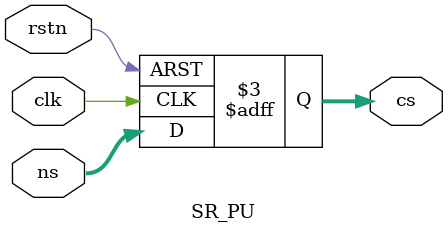
<source format=v>
`timescale 1ns / 1ps


module SR_PU(
    input rstn, clk,
    input [3:0] ns,
    output reg [3:0] cs
    );
    always @(posedge clk, negedge rstn) begin
        if(!rstn)   cs <= 4'd0;
        else        cs <= ns;
    end
endmodule

</source>
